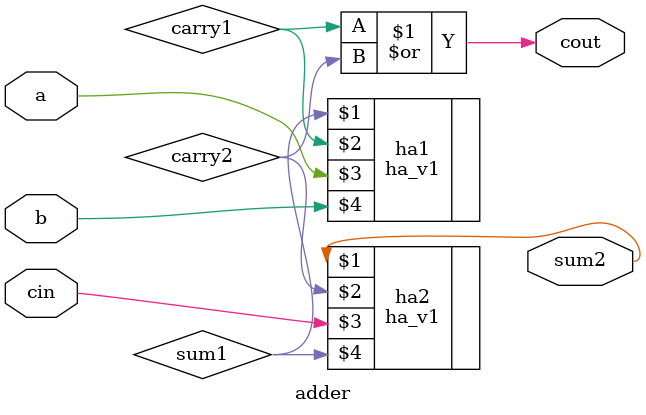
<source format=v>
module adder (output wire sum2, cout, input wire cin, a, b);
  wire sum1, carry1, carry2;
  /// Primer semisumador
        // xor xor1(sum1, a, b);
        // and and1(carry2, a, b);
  ha_v1 ha1(sum1, carry1, a, b);
  /// Segundo semisumador
        // xor xor2(sum2, cin, sum1);
        // and and2(carry2, cin, sum1);
  ha_v1 ha2(sum2, carry2, cin, sum1);
  /// El or
  or or1(cout, carry1, carry2);
endmodule
</source>
